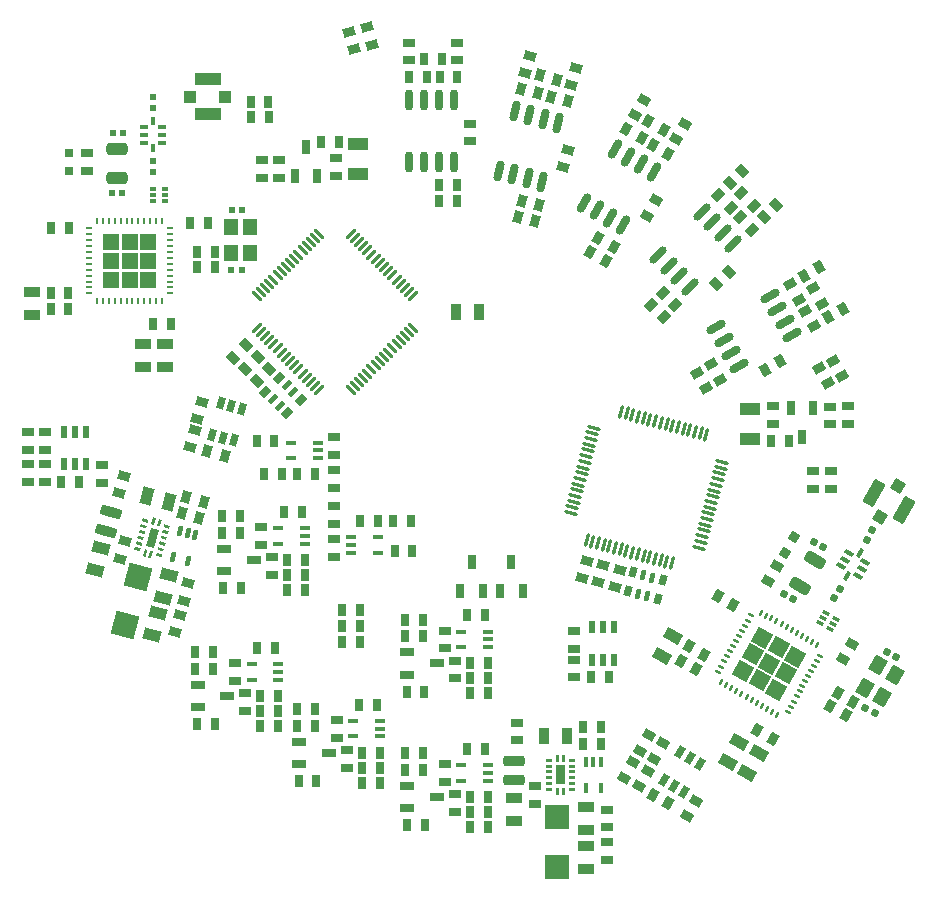
<source format=gtp>
G04*
G04 #@! TF.GenerationSoftware,Altium Limited,Altium Designer,21.1.1 (26)*
G04*
G04 Layer_Color=8421504*
%FSLAX25Y25*%
%MOIN*%
G70*
G04*
G04 #@! TF.SameCoordinates,C14E84D6-E55F-4F28-B501-0927BA63E6F0*
G04*
G04*
G04 #@! TF.FilePolarity,Positive*
G04*
G01*
G75*
%ADD22P,0.07834X4X285.0*%
%ADD23R,0.05539X0.05539*%
%ADD24R,0.05539X0.05539*%
%ADD25R,0.05539X0.05539*%
%ADD26R,0.05539X0.05539*%
G04:AMPARAMS|DCode=27|XSize=9.45mil|YSize=23.62mil|CornerRadius=0mil|HoleSize=0mil|Usage=FLASHONLY|Rotation=330.000|XOffset=0mil|YOffset=0mil|HoleType=Round|Shape=Round|*
%AMOVALD27*
21,1,0.01417,0.00945,0.00000,0.00000,60.0*
1,1,0.00945,-0.00354,-0.00614*
1,1,0.00945,0.00354,0.00614*
%
%ADD27OVALD27*%

G04:AMPARAMS|DCode=28|XSize=9.45mil|YSize=23.62mil|CornerRadius=0mil|HoleSize=0mil|Usage=FLASHONLY|Rotation=240.000|XOffset=0mil|YOffset=0mil|HoleType=Round|Shape=Round|*
%AMOVALD28*
21,1,0.01417,0.00945,0.00000,0.00000,330.0*
1,1,0.00945,-0.00614,0.00354*
1,1,0.00945,0.00614,-0.00354*
%
%ADD28OVALD28*%

G04:AMPARAMS|DCode=29|XSize=29.53mil|YSize=39.37mil|CornerRadius=0mil|HoleSize=0mil|Usage=FLASHONLY|Rotation=150.000|XOffset=0mil|YOffset=0mil|HoleType=Round|Shape=Rectangle|*
%AMROTATEDRECTD29*
4,1,4,0.02263,0.00967,0.00294,-0.02443,-0.02263,-0.00967,-0.00294,0.02443,0.02263,0.00967,0.0*
%
%ADD29ROTATEDRECTD29*%

G04:AMPARAMS|DCode=30|XSize=37.4mil|YSize=57.09mil|CornerRadius=0mil|HoleSize=0mil|Usage=FLASHONLY|Rotation=240.000|XOffset=0mil|YOffset=0mil|HoleType=Round|Shape=Rectangle|*
%AMROTATEDRECTD30*
4,1,4,-0.01537,0.03047,0.03407,0.00192,0.01537,-0.03047,-0.03407,-0.00192,-0.01537,0.03047,0.0*
%
%ADD30ROTATEDRECTD30*%

G04:AMPARAMS|DCode=31|XSize=29.53mil|YSize=39.37mil|CornerRadius=0mil|HoleSize=0mil|Usage=FLASHONLY|Rotation=60.000|XOffset=0mil|YOffset=0mil|HoleType=Round|Shape=Rectangle|*
%AMROTATEDRECTD31*
4,1,4,0.00967,-0.02263,-0.02443,-0.00294,-0.00967,0.02263,0.02443,0.00294,0.00967,-0.02263,0.0*
%
%ADD31ROTATEDRECTD31*%

G04:AMPARAMS|DCode=32|XSize=23.62mil|YSize=39.37mil|CornerRadius=0mil|HoleSize=0mil|Usage=FLASHONLY|Rotation=150.000|XOffset=0mil|YOffset=0mil|HoleType=Round|Shape=Rectangle|*
%AMROTATEDRECTD32*
4,1,4,0.02007,0.01114,0.00039,-0.02295,-0.02007,-0.01114,-0.00039,0.02295,0.02007,0.01114,0.0*
%
%ADD32ROTATEDRECTD32*%

G04:AMPARAMS|DCode=33|XSize=11.81mil|YSize=49.21mil|CornerRadius=0mil|HoleSize=0mil|Usage=FLASHONLY|Rotation=345.000|XOffset=0mil|YOffset=0mil|HoleType=Round|Shape=Round|*
%AMOVALD33*
21,1,0.03740,0.01181,0.00000,0.00000,75.0*
1,1,0.01181,-0.00484,-0.01806*
1,1,0.01181,0.00484,0.01806*
%
%ADD33OVALD33*%

G04:AMPARAMS|DCode=34|XSize=11.81mil|YSize=49.21mil|CornerRadius=0mil|HoleSize=0mil|Usage=FLASHONLY|Rotation=255.000|XOffset=0mil|YOffset=0mil|HoleType=Round|Shape=Round|*
%AMOVALD34*
21,1,0.03740,0.01181,0.00000,0.00000,345.0*
1,1,0.01181,-0.01806,0.00484*
1,1,0.01181,0.01806,-0.00484*
%
%ADD34OVALD34*%

G04:AMPARAMS|DCode=35|XSize=33.47mil|YSize=23.62mil|CornerRadius=0mil|HoleSize=0mil|Usage=FLASHONLY|Rotation=255.000|XOffset=0mil|YOffset=0mil|HoleType=Round|Shape=Rectangle|*
%AMROTATEDRECTD35*
4,1,4,-0.00708,0.01922,0.01574,0.01311,0.00708,-0.01922,-0.01574,-0.01311,-0.00708,0.01922,0.0*
%
%ADD35ROTATEDRECTD35*%

G04:AMPARAMS|DCode=36|XSize=33.47mil|YSize=15.75mil|CornerRadius=0mil|HoleSize=0mil|Usage=FLASHONLY|Rotation=255.000|XOffset=0mil|YOffset=0mil|HoleType=Round|Shape=Rectangle|*
%AMROTATEDRECTD36*
4,1,4,-0.00328,0.01820,0.01194,0.01412,0.00328,-0.01820,-0.01194,-0.01412,-0.00328,0.01820,0.0*
%
%ADD36ROTATEDRECTD36*%

G04:AMPARAMS|DCode=37|XSize=29.53mil|YSize=39.37mil|CornerRadius=0mil|HoleSize=0mil|Usage=FLASHONLY|Rotation=255.000|XOffset=0mil|YOffset=0mil|HoleType=Round|Shape=Rectangle|*
%AMROTATEDRECTD37*
4,1,4,-0.01519,0.01936,0.02284,0.00917,0.01519,-0.01936,-0.02284,-0.00917,-0.01519,0.01936,0.0*
%
%ADD37ROTATEDRECTD37*%

%ADD38R,0.03937X0.02953*%
%ADD39R,0.07874X0.07874*%
%ADD40R,0.05709X0.03740*%
G04:AMPARAMS|DCode=41|XSize=15.75mil|YSize=33.47mil|CornerRadius=1.97mil|HoleSize=0mil|Usage=FLASHONLY|Rotation=0.000|XOffset=0mil|YOffset=0mil|HoleType=Round|Shape=RoundedRectangle|*
%AMROUNDEDRECTD41*
21,1,0.01575,0.02953,0,0,0.0*
21,1,0.01181,0.03347,0,0,0.0*
1,1,0.00394,0.00591,-0.01476*
1,1,0.00394,-0.00591,-0.01476*
1,1,0.00394,-0.00591,0.01476*
1,1,0.00394,0.00591,0.01476*
%
%ADD41ROUNDEDRECTD41*%
G04:AMPARAMS|DCode=42|XSize=15.75mil|YSize=33.47mil|CornerRadius=1.97mil|HoleSize=0mil|Usage=FLASHONLY|Rotation=270.000|XOffset=0mil|YOffset=0mil|HoleType=Round|Shape=RoundedRectangle|*
%AMROUNDEDRECTD42*
21,1,0.01575,0.02953,0,0,270.0*
21,1,0.01181,0.03347,0,0,270.0*
1,1,0.00394,-0.01476,-0.00591*
1,1,0.00394,-0.01476,0.00591*
1,1,0.00394,0.01476,0.00591*
1,1,0.00394,0.01476,-0.00591*
%
%ADD42ROUNDEDRECTD42*%
G04:AMPARAMS|DCode=43|XSize=33.47mil|YSize=23.62mil|CornerRadius=0mil|HoleSize=0mil|Usage=FLASHONLY|Rotation=225.000|XOffset=0mil|YOffset=0mil|HoleType=Round|Shape=Rectangle|*
%AMROTATEDRECTD43*
4,1,4,0.00348,0.02018,0.02018,0.00348,-0.00348,-0.02018,-0.02018,-0.00348,0.00348,0.02018,0.0*
%
%ADD43ROTATEDRECTD43*%

G04:AMPARAMS|DCode=44|XSize=33.47mil|YSize=15.75mil|CornerRadius=0mil|HoleSize=0mil|Usage=FLASHONLY|Rotation=225.000|XOffset=0mil|YOffset=0mil|HoleType=Round|Shape=Rectangle|*
%AMROTATEDRECTD44*
4,1,4,0.00626,0.01740,0.01740,0.00626,-0.00626,-0.01740,-0.01740,-0.00626,0.00626,0.01740,0.0*
%
%ADD44ROTATEDRECTD44*%

G04:AMPARAMS|DCode=45|XSize=29.53mil|YSize=39.37mil|CornerRadius=0mil|HoleSize=0mil|Usage=FLASHONLY|Rotation=225.000|XOffset=0mil|YOffset=0mil|HoleType=Round|Shape=Rectangle|*
%AMROTATEDRECTD45*
4,1,4,-0.00348,0.02436,0.02436,-0.00348,0.00348,-0.02436,-0.02436,0.00348,-0.00348,0.02436,0.0*
%
%ADD45ROTATEDRECTD45*%

G04:AMPARAMS|DCode=46|XSize=23.62mil|YSize=39.37mil|CornerRadius=0mil|HoleSize=0mil|Usage=FLASHONLY|Rotation=345.000|XOffset=0mil|YOffset=0mil|HoleType=Round|Shape=Rectangle|*
%AMROTATEDRECTD46*
4,1,4,-0.01650,-0.01596,-0.00631,0.02207,0.01650,0.01596,0.00631,-0.02207,-0.01650,-0.01596,0.0*
%
%ADD46ROTATEDRECTD46*%

G04:AMPARAMS|DCode=47|XSize=29.53mil|YSize=39.37mil|CornerRadius=0mil|HoleSize=0mil|Usage=FLASHONLY|Rotation=165.000|XOffset=0mil|YOffset=0mil|HoleType=Round|Shape=Rectangle|*
%AMROTATEDRECTD47*
4,1,4,0.01936,0.01519,0.00917,-0.02284,-0.01936,-0.01519,-0.00917,0.02284,0.01936,0.01519,0.0*
%
%ADD47ROTATEDRECTD47*%

G04:AMPARAMS|DCode=48|XSize=15.75mil|YSize=33.47mil|CornerRadius=1.97mil|HoleSize=0mil|Usage=FLASHONLY|Rotation=345.000|XOffset=0mil|YOffset=0mil|HoleType=Round|Shape=RoundedRectangle|*
%AMROUNDEDRECTD48*
21,1,0.01575,0.02953,0,0,345.0*
21,1,0.01181,0.03347,0,0,345.0*
1,1,0.00394,0.00188,-0.01579*
1,1,0.00394,-0.00953,-0.01273*
1,1,0.00394,-0.00188,0.01579*
1,1,0.00394,0.00953,0.01273*
%
%ADD48ROUNDEDRECTD48*%
G04:AMPARAMS|DCode=49|XSize=37.4mil|YSize=57.09mil|CornerRadius=0mil|HoleSize=0mil|Usage=FLASHONLY|Rotation=255.000|XOffset=0mil|YOffset=0mil|HoleType=Round|Shape=Rectangle|*
%AMROTATEDRECTD49*
4,1,4,-0.02273,0.02545,0.03241,0.01068,0.02273,-0.02545,-0.03241,-0.01068,-0.02273,0.02545,0.0*
%
%ADD49ROTATEDRECTD49*%

%ADD50P,0.11136X4X390.0*%
G04:AMPARAMS|DCode=51|XSize=37.4mil|YSize=57.09mil|CornerRadius=0mil|HoleSize=0mil|Usage=FLASHONLY|Rotation=165.000|XOffset=0mil|YOffset=0mil|HoleType=Round|Shape=Rectangle|*
%AMROTATEDRECTD51*
4,1,4,0.02545,0.02273,0.01068,-0.03241,-0.02545,-0.02273,-0.01068,0.03241,0.02545,0.02273,0.0*
%
%ADD51ROTATEDRECTD51*%

G04:AMPARAMS|DCode=52|XSize=70.87mil|YSize=33.47mil|CornerRadius=8.37mil|HoleSize=0mil|Usage=FLASHONLY|Rotation=345.000|XOffset=0mil|YOffset=0mil|HoleType=Round|Shape=RoundedRectangle|*
%AMROUNDEDRECTD52*
21,1,0.07087,0.01673,0,0,345.0*
21,1,0.05413,0.03347,0,0,345.0*
1,1,0.01673,0.02398,-0.01509*
1,1,0.01673,-0.02831,-0.00108*
1,1,0.01673,-0.02398,0.01509*
1,1,0.01673,0.02831,0.00108*
%
%ADD52ROUNDEDRECTD52*%
%ADD53R,0.03150X0.03150*%
%ADD54R,0.02362X0.02362*%
G04:AMPARAMS|DCode=55|XSize=29.53mil|YSize=39.37mil|CornerRadius=0mil|HoleSize=0mil|Usage=FLASHONLY|Rotation=105.000|XOffset=0mil|YOffset=0mil|HoleType=Round|Shape=Rectangle|*
%AMROTATEDRECTD55*
4,1,4,0.02284,-0.00917,-0.01519,-0.01936,-0.02284,0.00917,0.01519,0.01936,0.02284,-0.00917,0.0*
%
%ADD55ROTATEDRECTD55*%

G04:AMPARAMS|DCode=56|XSize=27.56mil|YSize=70.87mil|CornerRadius=0mil|HoleSize=0mil|Usage=FLASHONLY|Rotation=345.000|XOffset=0mil|YOffset=0mil|HoleType=Round|Shape=Round|*
%AMOVALD56*
21,1,0.04331,0.02756,0.00000,0.00000,75.0*
1,1,0.02756,-0.00560,-0.02092*
1,1,0.02756,0.00560,0.02092*
%
%ADD56OVALD56*%

G04:AMPARAMS|DCode=57|XSize=27.56mil|YSize=70.87mil|CornerRadius=0mil|HoleSize=0mil|Usage=FLASHONLY|Rotation=330.000|XOffset=0mil|YOffset=0mil|HoleType=Round|Shape=Round|*
%AMOVALD57*
21,1,0.04331,0.02756,0.00000,0.00000,60.0*
1,1,0.02756,-0.01083,-0.01875*
1,1,0.02756,0.01083,0.01875*
%
%ADD57OVALD57*%

G04:AMPARAMS|DCode=58|XSize=29.53mil|YSize=39.37mil|CornerRadius=0mil|HoleSize=0mil|Usage=FLASHONLY|Rotation=315.000|XOffset=0mil|YOffset=0mil|HoleType=Round|Shape=Rectangle|*
%AMROTATEDRECTD58*
4,1,4,-0.02436,-0.00348,0.00348,0.02436,0.02436,0.00348,-0.00348,-0.02436,-0.02436,-0.00348,0.0*
%
%ADD58ROTATEDRECTD58*%

G04:AMPARAMS|DCode=59|XSize=27.56mil|YSize=70.87mil|CornerRadius=0mil|HoleSize=0mil|Usage=FLASHONLY|Rotation=315.000|XOffset=0mil|YOffset=0mil|HoleType=Round|Shape=Round|*
%AMOVALD59*
21,1,0.04331,0.02756,0.00000,0.00000,45.0*
1,1,0.02756,-0.01531,-0.01531*
1,1,0.02756,0.01531,0.01531*
%
%ADD59OVALD59*%

G04:AMPARAMS|DCode=60|XSize=29.53mil|YSize=39.37mil|CornerRadius=0mil|HoleSize=0mil|Usage=FLASHONLY|Rotation=300.000|XOffset=0mil|YOffset=0mil|HoleType=Round|Shape=Rectangle|*
%AMROTATEDRECTD60*
4,1,4,-0.02443,0.00294,0.00967,0.02263,0.02443,-0.00294,-0.00967,-0.02263,-0.02443,0.00294,0.0*
%
%ADD60ROTATEDRECTD60*%

G04:AMPARAMS|DCode=61|XSize=29.53mil|YSize=39.37mil|CornerRadius=0mil|HoleSize=0mil|Usage=FLASHONLY|Rotation=210.000|XOffset=0mil|YOffset=0mil|HoleType=Round|Shape=Rectangle|*
%AMROTATEDRECTD61*
4,1,4,0.00294,0.02443,0.02263,-0.00967,-0.00294,-0.02443,-0.02263,0.00967,0.00294,0.02443,0.0*
%
%ADD61ROTATEDRECTD61*%

G04:AMPARAMS|DCode=62|XSize=27.56mil|YSize=70.87mil|CornerRadius=0mil|HoleSize=0mil|Usage=FLASHONLY|Rotation=300.000|XOffset=0mil|YOffset=0mil|HoleType=Round|Shape=Round|*
%AMOVALD62*
21,1,0.04331,0.02756,0.00000,0.00000,30.0*
1,1,0.02756,-0.01875,-0.01083*
1,1,0.02756,0.01875,0.01083*
%
%ADD62OVALD62*%

%ADD63P,0.04454X4X195.0*%
%ADD64P,0.03341X4X105.0*%
G04:AMPARAMS|DCode=65|XSize=70.87mil|YSize=39.37mil|CornerRadius=9.84mil|HoleSize=0mil|Usage=FLASHONLY|Rotation=330.000|XOffset=0mil|YOffset=0mil|HoleType=Round|Shape=RoundedRectangle|*
%AMROUNDEDRECTD65*
21,1,0.07087,0.01968,0,0,330.0*
21,1,0.05118,0.03937,0,0,330.0*
1,1,0.01968,0.01724,-0.02132*
1,1,0.01968,-0.02708,0.00427*
1,1,0.01968,-0.01724,0.02132*
1,1,0.01968,0.02708,-0.00427*
%
%ADD65ROUNDEDRECTD65*%
%ADD66P,0.05568X4X375.0*%
G04:AMPARAMS|DCode=67|XSize=41.34mil|YSize=86.61mil|CornerRadius=0mil|HoleSize=0mil|Usage=FLASHONLY|Rotation=330.000|XOffset=0mil|YOffset=0mil|HoleType=Round|Shape=Rectangle|*
%AMROTATEDRECTD67*
4,1,4,-0.03955,-0.02717,0.00375,0.04784,0.03955,0.02717,-0.00375,-0.04784,-0.03955,-0.02717,0.0*
%
%ADD67ROTATEDRECTD67*%

%ADD68P,0.03341X4X195.0*%
G04:AMPARAMS|DCode=69|XSize=31.5mil|YSize=13.78mil|CornerRadius=0mil|HoleSize=0mil|Usage=FLASHONLY|Rotation=330.000|XOffset=0mil|YOffset=0mil|HoleType=Round|Shape=Rectangle|*
%AMROTATEDRECTD69*
4,1,4,-0.01708,0.00191,-0.01019,0.01384,0.01708,-0.00191,0.01019,-0.01384,-0.01708,0.00191,0.0*
%
%ADD69ROTATEDRECTD69*%

G04:AMPARAMS|DCode=70|XSize=31.5mil|YSize=13.78mil|CornerRadius=0mil|HoleSize=0mil|Usage=FLASHONLY|Rotation=60.000|XOffset=0mil|YOffset=0mil|HoleType=Round|Shape=Rectangle|*
%AMROTATEDRECTD70*
4,1,4,-0.00191,-0.01708,-0.01384,-0.01019,0.00191,0.01708,0.01384,0.01019,-0.00191,-0.01708,0.0*
%
%ADD70ROTATEDRECTD70*%

G04:AMPARAMS|DCode=71|XSize=23.62mil|YSize=11.81mil|CornerRadius=0mil|HoleSize=0mil|Usage=FLASHONLY|Rotation=330.000|XOffset=0mil|YOffset=0mil|HoleType=Round|Shape=Rectangle|*
%AMROTATEDRECTD71*
4,1,4,-0.01318,0.00079,-0.00728,0.01102,0.01318,-0.00079,0.00728,-0.01102,-0.01318,0.00079,0.0*
%
%ADD71ROTATEDRECTD71*%

G04:AMPARAMS|DCode=72|XSize=55.12mil|YSize=45.28mil|CornerRadius=0mil|HoleSize=0mil|Usage=FLASHONLY|Rotation=240.000|XOffset=0mil|YOffset=0mil|HoleType=Round|Shape=Rectangle|*
%AMROTATEDRECTD72*
4,1,4,-0.00583,0.03519,0.03339,0.01255,0.00583,-0.03519,-0.03339,-0.01255,-0.00583,0.03519,0.0*
%
%ADD72ROTATEDRECTD72*%

%ADD73R,0.02953X0.03937*%
G04:AMPARAMS|DCode=74|XSize=70.87mil|YSize=39.37mil|CornerRadius=9.84mil|HoleSize=0mil|Usage=FLASHONLY|Rotation=0.000|XOffset=0mil|YOffset=0mil|HoleType=Round|Shape=RoundedRectangle|*
%AMROUNDEDRECTD74*
21,1,0.07087,0.01968,0,0,0.0*
21,1,0.05118,0.03937,0,0,0.0*
1,1,0.01968,0.02559,-0.00984*
1,1,0.01968,-0.02559,-0.00984*
1,1,0.01968,-0.02559,0.00984*
1,1,0.01968,0.02559,0.00984*
%
%ADD74ROUNDEDRECTD74*%
%ADD75R,0.04528X0.05512*%
%ADD76R,0.02362X0.03937*%
%ADD77R,0.03150X0.01378*%
%ADD78R,0.01378X0.03150*%
%ADD79R,0.02362X0.01181*%
%ADD80O,0.00945X0.02362*%
%ADD81O,0.02362X0.00945*%
%ADD82R,0.08661X0.04134*%
%ADD83R,0.03937X0.03937*%
%ADD84R,0.02362X0.02362*%
%ADD85R,0.03740X0.05709*%
%ADD86R,0.02756X0.04921*%
G04:AMPARAMS|DCode=87|XSize=11.81mil|YSize=49.21mil|CornerRadius=0mil|HoleSize=0mil|Usage=FLASHONLY|Rotation=315.000|XOffset=0mil|YOffset=0mil|HoleType=Round|Shape=Round|*
%AMOVALD87*
21,1,0.03740,0.01181,0.00000,0.00000,45.0*
1,1,0.01181,-0.01322,-0.01322*
1,1,0.01181,0.01322,0.01322*
%
%ADD87OVALD87*%

G04:AMPARAMS|DCode=88|XSize=11.81mil|YSize=49.21mil|CornerRadius=0mil|HoleSize=0mil|Usage=FLASHONLY|Rotation=225.000|XOffset=0mil|YOffset=0mil|HoleType=Round|Shape=Round|*
%AMOVALD88*
21,1,0.03740,0.01181,0.00000,0.00000,315.0*
1,1,0.01181,-0.01322,0.01322*
1,1,0.01181,0.01322,-0.01322*
%
%ADD88OVALD88*%

%ADD89O,0.02756X0.07087*%
%ADD90R,0.04921X0.02756*%
G04:AMPARAMS|DCode=91|XSize=70.87mil|YSize=33.47mil|CornerRadius=8.37mil|HoleSize=0mil|Usage=FLASHONLY|Rotation=0.000|XOffset=0mil|YOffset=0mil|HoleType=Round|Shape=RoundedRectangle|*
%AMROUNDEDRECTD91*
21,1,0.07087,0.01673,0,0,0.0*
21,1,0.05413,0.03347,0,0,0.0*
1,1,0.01673,0.02707,-0.00837*
1,1,0.01673,-0.02707,-0.00837*
1,1,0.01673,-0.02707,0.00837*
1,1,0.01673,0.02707,0.00837*
%
%ADD91ROUNDEDRECTD91*%
%ADD92R,0.07087X0.04134*%
G36*
X-109492Y-31661D02*
X-109747Y-32612D01*
X-111648Y-32103D01*
X-111393Y-31152D01*
X-109492Y-31661D01*
D02*
G37*
G36*
X-106974Y-31011D02*
X-107586Y-33293D01*
X-108536Y-33038D01*
X-107925Y-30757D01*
X-106974Y-31011D01*
D02*
G37*
G36*
X-105073Y-31521D02*
X-105684Y-33803D01*
X-106635Y-33548D01*
X-106024Y-31266D01*
X-105073Y-31521D01*
D02*
G37*
G36*
X-110002Y-33563D02*
X-110256Y-34514D01*
X-112158Y-34004D01*
X-111903Y-33053D01*
X-110002Y-33563D01*
D02*
G37*
G36*
X-102267Y-33597D02*
X-102521Y-34548D01*
X-104423Y-34039D01*
X-104168Y-33088D01*
X-102267Y-33597D01*
D02*
G37*
G36*
X-110511Y-35464D02*
X-110766Y-36415D01*
X-112667Y-35906D01*
X-112413Y-34955D01*
X-110511Y-35464D01*
D02*
G37*
G36*
X-102776Y-35499D02*
X-103031Y-36450D01*
X-104932Y-35940D01*
X-104678Y-34990D01*
X-102776Y-35499D01*
D02*
G37*
G36*
X-111021Y-37366D02*
X-111275Y-38317D01*
X-113177Y-37807D01*
X-112922Y-36856D01*
X-111021Y-37366D01*
D02*
G37*
G36*
X-103286Y-37400D02*
X-103541Y-38351D01*
X-105442Y-37842D01*
X-105187Y-36891D01*
X-103286Y-37400D01*
D02*
G37*
G36*
X-111530Y-39267D02*
X-111785Y-40218D01*
X-113686Y-39708D01*
X-113432Y-38758D01*
X-111530Y-39267D01*
D02*
G37*
G36*
X-103795Y-39302D02*
X-104050Y-40253D01*
X-105951Y-39743D01*
X-105697Y-38792D01*
X-103795Y-39302D01*
D02*
G37*
G36*
X-106085Y-34918D02*
X-107715Y-41003D01*
X-110377Y-40289D01*
X-108747Y-34205D01*
X-106085Y-34918D01*
D02*
G37*
G36*
X-112039Y-41169D02*
X-112294Y-42119D01*
X-114196Y-41610D01*
X-113941Y-40659D01*
X-112039Y-41169D01*
D02*
G37*
G36*
X-104305Y-41203D02*
X-104559Y-42154D01*
X-106461Y-41644D01*
X-106206Y-40694D01*
X-104305Y-41203D01*
D02*
G37*
G36*
X-109827Y-41659D02*
X-110439Y-43941D01*
X-111390Y-43686D01*
X-110778Y-41405D01*
X-109827Y-41659D01*
D02*
G37*
G36*
X-104814Y-43105D02*
X-105069Y-44055D01*
X-106970Y-43546D01*
X-106716Y-42595D01*
X-104814Y-43105D01*
D02*
G37*
G36*
X-107926Y-42169D02*
X-108537Y-44451D01*
X-109488Y-44196D01*
X-108877Y-41914D01*
X-107926Y-42169D01*
D02*
G37*
G36*
X32568Y-112218D02*
X30599Y-112218D01*
X30599Y-111234D01*
X32568Y-111234D01*
X32568Y-112218D01*
D02*
G37*
G36*
X25087Y-111234D02*
X25087Y-112218D01*
X23119Y-112218D01*
X23119Y-111234D01*
X25087Y-111234D01*
D02*
G37*
G36*
X29320Y-109954D02*
X29320Y-112317D01*
X28335Y-112317D01*
X28335Y-109954D01*
X29320Y-109954D01*
D02*
G37*
G36*
X27351Y-112317D02*
X26367D01*
Y-109954D01*
X27351Y-109954D01*
Y-112317D01*
D02*
G37*
G36*
X32568Y-114187D02*
X30599Y-114187D01*
Y-113202D01*
X32568Y-113202D01*
X32568Y-114187D01*
D02*
G37*
G36*
X25087Y-113202D02*
X25087Y-114187D01*
X23119Y-114187D01*
X23119Y-113202D01*
X25087Y-113202D01*
D02*
G37*
G36*
X32568Y-116155D02*
X30599Y-116155D01*
X30599Y-115171D01*
X32568Y-115171D01*
X32568Y-116155D01*
D02*
G37*
G36*
X25087Y-116155D02*
X23119Y-116155D01*
X23119Y-115171D01*
X25087Y-115171D01*
X25087Y-116155D01*
D02*
G37*
G36*
X32568Y-118124D02*
X30599Y-118124D01*
X30599Y-117139D01*
X32568Y-117139D01*
X32568Y-118124D01*
D02*
G37*
G36*
X25087Y-117139D02*
X25087Y-118124D01*
X23119D01*
X23119Y-117139D01*
X25087Y-117139D01*
D02*
G37*
G36*
X29221Y-119797D02*
X26465D01*
X26465Y-113498D01*
X29221Y-113498D01*
X29221Y-119797D01*
D02*
G37*
G36*
X25087Y-120092D02*
X23119Y-120092D01*
X23119Y-119108D01*
X25087Y-119108D01*
X25087Y-120092D01*
D02*
G37*
G36*
X32568Y-119108D02*
Y-120092D01*
X30599Y-120092D01*
X30599Y-119108D01*
X32568Y-119108D01*
D02*
G37*
G36*
X32568Y-121076D02*
X32568Y-122061D01*
X30599Y-122061D01*
X30599Y-121076D01*
X32568Y-121076D01*
D02*
G37*
G36*
X25087Y-122061D02*
X23119Y-122061D01*
X23119Y-121076D01*
X25087Y-121076D01*
X25087Y-122061D01*
D02*
G37*
G36*
X27351Y-120978D02*
X27351Y-123340D01*
X26367Y-123340D01*
X26367Y-120978D01*
X27351Y-120978D01*
D02*
G37*
G36*
X29320Y-120978D02*
X29320Y-123340D01*
X28335Y-123340D01*
X28335Y-120978D01*
X29320Y-120978D01*
D02*
G37*
D22*
X97418Y-79552D02*
D03*
X94254Y-85031D02*
D03*
X100581Y-74073D02*
D03*
X106060Y-77236D02*
D03*
X99733Y-88194D02*
D03*
X102897Y-82715D02*
D03*
X91939Y-76388D02*
D03*
X88775Y-81867D02*
D03*
X95102Y-70909D02*
D03*
D23*
X-115800Y54700D02*
D03*
D24*
X-115800Y48373D02*
D03*
X-109473Y48373D02*
D03*
X-109473Y54700D02*
D03*
X-122127Y48373D02*
D03*
D25*
X-115800Y61027D02*
D03*
D26*
X-109473Y61027D02*
D03*
X-122126Y54700D02*
D03*
X-122127Y61027D02*
D03*
D27*
X113487Y-73373D02*
D03*
X111782Y-72388D02*
D03*
X110077Y-71404D02*
D03*
X108372Y-70420D02*
D03*
X106668Y-69436D02*
D03*
X104963Y-68451D02*
D03*
X103258Y-67467D02*
D03*
X101553Y-66483D02*
D03*
X99849Y-65499D02*
D03*
X98144Y-64514D02*
D03*
X96439Y-63530D02*
D03*
X94734Y-62546D02*
D03*
X81349Y-85731D02*
D03*
X83053Y-86715D02*
D03*
X84758Y-87699D02*
D03*
X86463Y-88683D02*
D03*
X88168Y-89668D02*
D03*
X89872Y-90652D02*
D03*
X91577Y-91636D02*
D03*
X93282Y-92621D02*
D03*
X94987Y-93605D02*
D03*
X96691Y-94589D02*
D03*
X98396Y-95573D02*
D03*
X100101Y-96557D02*
D03*
D28*
X91238Y-63483D02*
D03*
X90254Y-65187D02*
D03*
X89270Y-66892D02*
D03*
X88286Y-68597D02*
D03*
X87301Y-70302D02*
D03*
X86317Y-72006D02*
D03*
X85333Y-73711D02*
D03*
X84349Y-75416D02*
D03*
X83364Y-77121D02*
D03*
X82380Y-78825D02*
D03*
X81396Y-80530D02*
D03*
X80412Y-82235D02*
D03*
X103597Y-95621D02*
D03*
X104581Y-93916D02*
D03*
X105565Y-92211D02*
D03*
X106549Y-90507D02*
D03*
X107534Y-88802D02*
D03*
X108518Y-87097D02*
D03*
X109502Y-85392D02*
D03*
X110486Y-83688D02*
D03*
X111471Y-81983D02*
D03*
X112455Y-80278D02*
D03*
X113439Y-78573D02*
D03*
X114424Y-76868D02*
D03*
D29*
X98608Y-104600D02*
D03*
X93494Y-101647D02*
D03*
X63811Y-126139D02*
D03*
X58697Y-123186D02*
D03*
X67924Y-78549D02*
D03*
X73038Y-81502D02*
D03*
X70674Y-73786D02*
D03*
X75788Y-76738D02*
D03*
X80326Y-56982D02*
D03*
X85440Y-59935D02*
D03*
X57180Y101236D02*
D03*
X62294Y98283D02*
D03*
X54964Y95587D02*
D03*
X49850Y98540D02*
D03*
X58732Y93412D02*
D03*
X63846Y90459D02*
D03*
X37760Y57600D02*
D03*
X42875Y54647D02*
D03*
X40510Y62363D02*
D03*
X45625Y59410D02*
D03*
X125375Y-92377D02*
D03*
X120261Y-89425D02*
D03*
X122875Y-96707D02*
D03*
X117761Y-93755D02*
D03*
D30*
X90025Y-116089D02*
D03*
X93863Y-109440D02*
D03*
X87368Y-105690D02*
D03*
X83530Y-112339D02*
D03*
X61570Y-77003D02*
D03*
X65408Y-70355D02*
D03*
D31*
X54404Y-108528D02*
D03*
X57356Y-103414D02*
D03*
X62120Y-106164D02*
D03*
X59167Y-111278D02*
D03*
X70121Y-130305D02*
D03*
X73074Y-125190D02*
D03*
X56869Y-115257D02*
D03*
X53917Y-120372D02*
D03*
X49154Y-117622D02*
D03*
X52106Y-112507D02*
D03*
X52583Y103368D02*
D03*
X55536Y108482D02*
D03*
X66439Y95368D02*
D03*
X69392Y100482D02*
D03*
X56836Y69735D02*
D03*
X59789Y74849D02*
D03*
X99976Y-46943D02*
D03*
X97024Y-52057D02*
D03*
X125077Y-72942D02*
D03*
X122124Y-78056D02*
D03*
D32*
X62395Y-118500D02*
D03*
X67809Y-109124D02*
D03*
X71048Y-110994D02*
D03*
X74287Y-112864D02*
D03*
X68874Y-122240D02*
D03*
X65634Y-120370D02*
D03*
D33*
X76515Y-3309D02*
D03*
X74614Y-2799D02*
D03*
X72712Y-2290D02*
D03*
X70811Y-1780D02*
D03*
X68909Y-1271D02*
D03*
X67008Y-761D02*
D03*
X65106Y-252D02*
D03*
X63205Y258D02*
D03*
X61304Y767D02*
D03*
X59402Y1277D02*
D03*
X57501Y1786D02*
D03*
X55599Y2296D02*
D03*
X53698Y2805D02*
D03*
X51797Y3315D02*
D03*
X49895Y3824D02*
D03*
X47994Y4333D02*
D03*
X36530Y-38449D02*
D03*
X38432Y-38958D02*
D03*
X40333Y-39468D02*
D03*
X42235Y-39977D02*
D03*
X44136Y-40487D02*
D03*
X46037Y-40996D02*
D03*
X47939Y-41506D02*
D03*
X49840Y-42015D02*
D03*
X51742Y-42524D02*
D03*
X53643Y-43034D02*
D03*
X55545Y-43543D02*
D03*
X57446Y-44053D02*
D03*
X59347Y-44563D02*
D03*
X61249Y-45072D02*
D03*
X63150Y-45581D02*
D03*
X65052Y-46091D02*
D03*
D34*
X38953Y-886D02*
D03*
X38443Y-2788D02*
D03*
X37934Y-4689D02*
D03*
X37424Y-6590D02*
D03*
X36915Y-8492D02*
D03*
X36405Y-10393D02*
D03*
X35896Y-12295D02*
D03*
X35386Y-14196D02*
D03*
X34877Y-16098D02*
D03*
X34367Y-17999D02*
D03*
X33858Y-19901D02*
D03*
X33348Y-21802D02*
D03*
X32839Y-23703D02*
D03*
X32329Y-25605D02*
D03*
X31820Y-27506D02*
D03*
X31310Y-29408D02*
D03*
X74093Y-40871D02*
D03*
X74602Y-38970D02*
D03*
X75112Y-37068D02*
D03*
X75621Y-35167D02*
D03*
X76130Y-33265D02*
D03*
X76640Y-31364D02*
D03*
X77149Y-29463D02*
D03*
X77659Y-27561D02*
D03*
X78168Y-25660D02*
D03*
X78678Y-23758D02*
D03*
X79187Y-21857D02*
D03*
X79697Y-19955D02*
D03*
X80206Y-18054D02*
D03*
X80716Y-16152D02*
D03*
X81225Y-14251D02*
D03*
X81735Y-12350D02*
D03*
D35*
X61884Y-51787D02*
D03*
X51997Y-49138D02*
D03*
X50316Y-55413D02*
D03*
X60203Y-58062D02*
D03*
D36*
X58462Y-50870D02*
D03*
X55420Y-50055D02*
D03*
X53738Y-56330D02*
D03*
X56780Y-57145D02*
D03*
D37*
X47629Y-48196D02*
D03*
X46100Y-53900D02*
D03*
X41928Y-46696D02*
D03*
X40400Y-52400D02*
D03*
X36664Y-45248D02*
D03*
X35136Y-50952D02*
D03*
X-93151Y1832D02*
D03*
X-91622Y7536D02*
D03*
X-94081Y-1640D02*
D03*
X-95610Y-7345D02*
D03*
X-97792Y-58524D02*
D03*
X-96264Y-52820D02*
D03*
X-100573Y-68902D02*
D03*
X-99045Y-63197D02*
D03*
X-117436Y-38848D02*
D03*
X-118964Y-44552D02*
D03*
X-119264Y-22747D02*
D03*
X-117736Y-17043D02*
D03*
X16044Y117433D02*
D03*
X17572Y123137D02*
D03*
X33027Y118996D02*
D03*
X31499Y113292D02*
D03*
X30386Y91751D02*
D03*
X28857Y86047D02*
D03*
D38*
X32203Y-68747D02*
D03*
Y-74653D02*
D03*
X32203Y-84153D02*
D03*
X32203Y-78247D02*
D03*
X43341Y-128247D02*
D03*
X43341Y-134153D02*
D03*
X43341Y-138991D02*
D03*
X43341Y-144897D02*
D03*
X19300Y-120395D02*
D03*
Y-126300D02*
D03*
X-7225Y-123059D02*
D03*
X-7225Y-128965D02*
D03*
X-10725Y-113059D02*
D03*
X-10725Y-118965D02*
D03*
X-7253Y-84453D02*
D03*
Y-78547D02*
D03*
X-10753Y-74453D02*
D03*
Y-68547D02*
D03*
X-47500Y-9953D02*
D03*
X-47500Y-4047D02*
D03*
X-47500Y-15000D02*
D03*
X-47500Y-20906D02*
D03*
Y-27047D02*
D03*
X-47500Y-32953D02*
D03*
Y-43953D02*
D03*
Y-38047D02*
D03*
X-46768Y-104224D02*
D03*
Y-98318D02*
D03*
X-43268Y-114224D02*
D03*
Y-108318D02*
D03*
X-80702Y-85248D02*
D03*
X-80702Y-79342D02*
D03*
X-77202Y-95248D02*
D03*
Y-89342D02*
D03*
X-68368Y-44118D02*
D03*
X-68368Y-50024D02*
D03*
X-71868Y-34118D02*
D03*
X-71868Y-40024D02*
D03*
X-125054Y-13477D02*
D03*
Y-19382D02*
D03*
X-144054Y-18882D02*
D03*
X-144054Y-12977D02*
D03*
X-149554Y-12977D02*
D03*
X-149554Y-18882D02*
D03*
X-144054Y-8382D02*
D03*
X-144054Y-2477D02*
D03*
X-149554Y-2477D02*
D03*
X-149554Y-8382D02*
D03*
X-22700Y121547D02*
D03*
X-22700Y127453D02*
D03*
X-6700Y127453D02*
D03*
X-6700Y121547D02*
D03*
X98754Y311D02*
D03*
X117725Y217D02*
D03*
X-47056Y88936D02*
D03*
X-66056Y88192D02*
D03*
X-2200Y94547D02*
D03*
X-2200Y100453D02*
D03*
X13341Y-105153D02*
D03*
X13341Y-99247D02*
D03*
X-47056Y83031D02*
D03*
X-66056Y82287D02*
D03*
X-71556Y88192D02*
D03*
X-71556Y82287D02*
D03*
X123800Y6253D02*
D03*
X123800Y347D02*
D03*
X117725Y6123D02*
D03*
X98754Y6216D02*
D03*
X117958Y-21329D02*
D03*
X117958Y-15424D02*
D03*
X111958Y-21329D02*
D03*
Y-15424D02*
D03*
X-129903Y84632D02*
D03*
Y90538D02*
D03*
D39*
X26600Y-147268D02*
D03*
X26600Y-130732D02*
D03*
D40*
X36341Y-148039D02*
D03*
X36341Y-140361D02*
D03*
X36341Y-127361D02*
D03*
X36341Y-135039D02*
D03*
X-111434Y19362D02*
D03*
X-111434Y27039D02*
D03*
X-103934Y27039D02*
D03*
Y19362D02*
D03*
X-148334Y44439D02*
D03*
X-148334Y36762D02*
D03*
X12341Y-132082D02*
D03*
X12341Y-124405D02*
D03*
D41*
X41400Y-121058D02*
D03*
X36282Y-121058D02*
D03*
X36282Y-112200D02*
D03*
X38841Y-112200D02*
D03*
X41400Y-112200D02*
D03*
D42*
X-5154Y-118571D02*
D03*
X-5154Y-113453D02*
D03*
X3704Y-113453D02*
D03*
X3704Y-116012D02*
D03*
X3704Y-118571D02*
D03*
X-5182Y-74059D02*
D03*
Y-68941D02*
D03*
X3676D02*
D03*
X3676Y-71500D02*
D03*
Y-74059D02*
D03*
X-53071Y-11059D02*
D03*
X-53071Y-8500D02*
D03*
X-53071Y-5941D02*
D03*
X-61929Y-5941D02*
D03*
Y-11059D02*
D03*
X-41197Y-103830D02*
D03*
X-41197Y-98712D02*
D03*
X-32339Y-98712D02*
D03*
X-32339Y-101271D02*
D03*
X-32339Y-103830D02*
D03*
X-75131Y-84854D02*
D03*
Y-79736D02*
D03*
X-66273Y-79736D02*
D03*
X-66273Y-82295D02*
D03*
X-66273Y-84854D02*
D03*
X-66297Y-39630D02*
D03*
X-66297Y-34512D02*
D03*
X-57438Y-34512D02*
D03*
X-57439Y-37071D02*
D03*
X-57438Y-39630D02*
D03*
X-41929Y-37441D02*
D03*
Y-40000D02*
D03*
Y-42559D02*
D03*
X-33071D02*
D03*
Y-37441D02*
D03*
D43*
X-63278Y3884D02*
D03*
X-70516Y11122D02*
D03*
X-65922Y15716D02*
D03*
X-58684Y8478D02*
D03*
D44*
X-65783Y6390D02*
D03*
X-68010Y8617D02*
D03*
X-63417Y13210D02*
D03*
X-61190Y10983D02*
D03*
D45*
X-77012Y26488D02*
D03*
X-81188Y22312D02*
D03*
X-73112Y22688D02*
D03*
X-77288Y18512D02*
D03*
X-69212Y18788D02*
D03*
X-73388Y14612D02*
D03*
X84289Y80489D02*
D03*
X88464Y84664D02*
D03*
X99778Y73351D02*
D03*
X95602Y69175D02*
D03*
X83868Y51077D02*
D03*
X79692Y46901D02*
D03*
D46*
X-78231Y5301D02*
D03*
X-81033Y-5157D02*
D03*
X-84646Y-4189D02*
D03*
X-88259Y-3221D02*
D03*
X-85457Y7237D02*
D03*
X-81844Y6269D02*
D03*
D47*
X-84121Y-10265D02*
D03*
X-89825Y-8737D02*
D03*
X-91112Y-25681D02*
D03*
X-96816Y-24152D02*
D03*
X-98239Y-29465D02*
D03*
X-92535Y-30994D02*
D03*
X26741Y115035D02*
D03*
X21036Y116564D02*
D03*
X20358Y110534D02*
D03*
X14654Y112062D02*
D03*
X24560Y109408D02*
D03*
X30265Y107879D02*
D03*
X19277Y67860D02*
D03*
X13572Y69388D02*
D03*
X14996Y74701D02*
D03*
X20700Y73172D02*
D03*
D48*
X-96278Y-45373D02*
D03*
X-101222Y-44048D02*
D03*
X-98929Y-35492D02*
D03*
X-96457Y-36154D02*
D03*
X-93985Y-36816D02*
D03*
D49*
X-108148Y-70125D02*
D03*
X-106161Y-62709D02*
D03*
X-102796Y-50152D02*
D03*
X-104783Y-57568D02*
D03*
X-125213Y-41085D02*
D03*
X-127200Y-48500D02*
D03*
D50*
X-117240Y-66686D02*
D03*
X-112960Y-50714D02*
D03*
D51*
X-110039Y-23715D02*
D03*
X-102623Y-25702D02*
D03*
D52*
X-123660Y-35289D02*
D03*
X-121979Y-29014D02*
D03*
D53*
X-135945Y90678D02*
D03*
X-135945Y84773D02*
D03*
D54*
X-107934Y84428D02*
D03*
X-107934Y87972D02*
D03*
X-108106Y105700D02*
D03*
X-108106Y109243D02*
D03*
D55*
X-42516Y130907D02*
D03*
X-40988Y125203D02*
D03*
X-34999Y126807D02*
D03*
X-36527Y132512D02*
D03*
D56*
X27088Y100693D02*
D03*
X22258Y101987D02*
D03*
X17429Y103281D02*
D03*
X21789Y80918D02*
D03*
X16960Y82212D02*
D03*
X12130Y83507D02*
D03*
X7300Y84800D02*
D03*
X12599Y104575D02*
D03*
D57*
X35691Y74110D02*
D03*
X40021Y71610D02*
D03*
X44351Y69110D02*
D03*
X48681Y66610D02*
D03*
X50257Y89340D02*
D03*
X54587Y86840D02*
D03*
X58918Y84340D02*
D03*
X45927Y91840D02*
D03*
D58*
X62301Y35941D02*
D03*
X58126Y40117D02*
D03*
X62015Y44006D02*
D03*
X66190Y39830D02*
D03*
X92353Y73064D02*
D03*
X88178Y77240D02*
D03*
X84575Y72357D02*
D03*
X80400Y76533D02*
D03*
X87651Y69281D02*
D03*
X91827Y65105D02*
D03*
D59*
X60400Y56600D02*
D03*
X63936Y53065D02*
D03*
X67471Y49529D02*
D03*
X71007Y45993D02*
D03*
X78412Y67541D02*
D03*
X81947Y64005D02*
D03*
X85483Y60470D02*
D03*
X74876Y71076D02*
D03*
D60*
X73337Y17467D02*
D03*
X76290Y12352D02*
D03*
X78100Y20217D02*
D03*
X81053Y15102D02*
D03*
X107230Y41763D02*
D03*
X104277Y46877D02*
D03*
X109405Y37995D02*
D03*
X112358Y32881D02*
D03*
X111973Y45547D02*
D03*
X114926Y40433D02*
D03*
X121568Y16345D02*
D03*
X118616Y21460D02*
D03*
X114116Y18959D02*
D03*
X117068Y13845D02*
D03*
D61*
X95925Y18438D02*
D03*
X101039Y21391D02*
D03*
X109057Y49692D02*
D03*
X114172Y52644D02*
D03*
X117058Y35835D02*
D03*
X122172Y38788D02*
D03*
D62*
X79800Y32800D02*
D03*
X82300Y28470D02*
D03*
X84800Y24139D02*
D03*
X87300Y19809D02*
D03*
X100030Y38706D02*
D03*
X102530Y34376D02*
D03*
X105030Y30046D02*
D03*
X97530Y43036D02*
D03*
D63*
X102624Y-42557D02*
D03*
X105576Y-37443D02*
D03*
D64*
X102254Y-56363D02*
D03*
X105323Y-58135D02*
D03*
X112254Y-39043D02*
D03*
X115323Y-40815D02*
D03*
X139634Y-77486D02*
D03*
X136566Y-75714D02*
D03*
X132534Y-95986D02*
D03*
X129466Y-94214D02*
D03*
D65*
X107627Y-53601D02*
D03*
X112548Y-45077D02*
D03*
D66*
X134433Y-30697D02*
D03*
X140339Y-20468D02*
D03*
D67*
X132357Y-22679D02*
D03*
X142415Y-28486D02*
D03*
D68*
X130067Y-38206D02*
D03*
X131839Y-35137D02*
D03*
X119094Y-57739D02*
D03*
X120866Y-54671D02*
D03*
D69*
X124072Y-42697D02*
D03*
X122792Y-44913D02*
D03*
X121512Y-47129D02*
D03*
X126968Y-50279D02*
D03*
X128247Y-48062D02*
D03*
X129527Y-45846D02*
D03*
D70*
X123256Y-50409D02*
D03*
X127783Y-42567D02*
D03*
D71*
X117655Y-68105D02*
D03*
X118639Y-66401D02*
D03*
X119624Y-64696D02*
D03*
X114246Y-66137D02*
D03*
X115230Y-64432D02*
D03*
X116214Y-62727D02*
D03*
D72*
X129507Y-87576D02*
D03*
X134962Y-90725D02*
D03*
X139293Y-83224D02*
D03*
X133838Y-80075D02*
D03*
D73*
X-69521Y107748D02*
D03*
X-75427D02*
D03*
X-69436Y102601D02*
D03*
X-75342Y102601D02*
D03*
X-132601Y-18930D02*
D03*
X-138507D02*
D03*
X-142058Y38600D02*
D03*
X-136153Y38600D02*
D03*
X-89753Y67200D02*
D03*
X-95658Y67200D02*
D03*
X-87453Y57600D02*
D03*
X-93358D02*
D03*
X-101981Y33539D02*
D03*
X-107887Y33539D02*
D03*
X-87453Y52600D02*
D03*
X-93358Y52600D02*
D03*
X-141887Y65700D02*
D03*
X-135981Y65700D02*
D03*
X-142058Y44100D02*
D03*
X-136153Y44100D02*
D03*
X-6747Y80000D02*
D03*
X-6491Y116000D02*
D03*
X-22653Y116000D02*
D03*
X103984Y-5237D02*
D03*
X-52009Y94239D02*
D03*
X44056Y-84000D02*
D03*
X38150Y-84000D02*
D03*
X-67250Y-74295D02*
D03*
X-73155Y-74295D02*
D03*
X-12653Y74500D02*
D03*
X-6747Y74500D02*
D03*
X-16747Y116000D02*
D03*
X-17653Y122000D02*
D03*
X-11747Y122000D02*
D03*
X-12397Y116000D02*
D03*
X-12653Y80000D02*
D03*
X-32315Y-119271D02*
D03*
X-38221Y-119271D02*
D03*
X-39220Y-93271D02*
D03*
X-33315D02*
D03*
X-54000Y-94700D02*
D03*
X-59905D02*
D03*
X-32315Y-109271D02*
D03*
X-38221D02*
D03*
X-32315Y-114271D02*
D03*
X-38221Y-114271D02*
D03*
X-54000Y-100200D02*
D03*
X-59906Y-100200D02*
D03*
X-59406Y-118700D02*
D03*
X-53500D02*
D03*
X41294Y-100700D02*
D03*
X35388Y-100700D02*
D03*
X35388Y-106200D02*
D03*
X41294Y-106200D02*
D03*
X-46104Y94239D02*
D03*
X98079Y-5237D02*
D03*
X-59953Y-16500D02*
D03*
X-54047Y-16500D02*
D03*
X-22095Y-32000D02*
D03*
X-28000D02*
D03*
X-73453Y-5500D02*
D03*
X-67547Y-5500D02*
D03*
X-65047Y-16500D02*
D03*
X-70953D02*
D03*
X-78600Y-54500D02*
D03*
X-84505D02*
D03*
X-93340Y-99724D02*
D03*
X-87435Y-99724D02*
D03*
X-23391Y-88929D02*
D03*
X-17485D02*
D03*
X-17457Y-133441D02*
D03*
X-23363Y-133441D02*
D03*
X-85005Y-36000D02*
D03*
X-79100Y-36000D02*
D03*
X-87935Y-81224D02*
D03*
X-93840Y-81224D02*
D03*
X-17985Y-70429D02*
D03*
X-23891D02*
D03*
X-23863Y-114941D02*
D03*
X-17957D02*
D03*
X-63320Y-50071D02*
D03*
X-57415Y-50071D02*
D03*
X-66250Y-95295D02*
D03*
X-72155D02*
D03*
X3700Y-84500D02*
D03*
X-2206D02*
D03*
X-2178Y-129012D02*
D03*
X3728D02*
D03*
X-63320Y-45071D02*
D03*
X-57415D02*
D03*
X-66250Y-90295D02*
D03*
X-72155Y-90295D02*
D03*
X3700Y-79500D02*
D03*
X-2206D02*
D03*
X-2178Y-124012D02*
D03*
X3728Y-124012D02*
D03*
X-38953Y-32000D02*
D03*
X-33047Y-32000D02*
D03*
X-85005Y-30500D02*
D03*
X-79100Y-30500D02*
D03*
X-87935Y-75724D02*
D03*
X-93840Y-75724D02*
D03*
X-17985Y-64929D02*
D03*
X-23891D02*
D03*
X-23863Y-109441D02*
D03*
X-17957Y-109441D02*
D03*
X-58415Y-29071D02*
D03*
X-64320Y-29071D02*
D03*
X-3206Y-63500D02*
D03*
X2700D02*
D03*
X2728Y-108012D02*
D03*
X-3178Y-108012D02*
D03*
X-63320Y-55071D02*
D03*
X-57415D02*
D03*
X-66250Y-100295D02*
D03*
X-72155Y-100295D02*
D03*
X3700Y-89500D02*
D03*
X-2206D02*
D03*
X-2178Y-134012D02*
D03*
X3728Y-134012D02*
D03*
X-44853Y-61700D02*
D03*
X-38947D02*
D03*
Y-67100D02*
D03*
X-44853D02*
D03*
Y-72500D02*
D03*
X-38947D02*
D03*
X-21547Y-42000D02*
D03*
X-27453D02*
D03*
D74*
X-119934Y92121D02*
D03*
X-119934Y82279D02*
D03*
D75*
X-75705Y65862D02*
D03*
X-75705Y57200D02*
D03*
X-82005Y65862D02*
D03*
X-82005Y57200D02*
D03*
D76*
X-133907Y-13022D02*
D03*
X-130167D02*
D03*
X-130167Y-2196D02*
D03*
X-133907Y-2196D02*
D03*
X-137647Y-2196D02*
D03*
X-137647Y-13022D02*
D03*
X41976Y-67440D02*
D03*
X38236Y-67440D02*
D03*
X38236Y-78267D02*
D03*
X41976Y-78267D02*
D03*
X45717Y-78267D02*
D03*
X45717Y-67440D02*
D03*
D77*
X-104806Y96700D02*
D03*
X-104806Y94141D02*
D03*
X-104806Y99259D02*
D03*
X-111105Y96700D02*
D03*
X-111105Y99259D02*
D03*
X-111105Y94141D02*
D03*
D78*
X-107955Y101228D02*
D03*
X-107955Y92172D02*
D03*
D79*
X-103997Y76700D02*
D03*
X-103997Y74732D02*
D03*
X-103997Y78668D02*
D03*
X-107934Y78669D02*
D03*
X-107934Y76700D02*
D03*
X-107934Y74732D02*
D03*
D80*
X-104973Y68086D02*
D03*
X-106942Y68086D02*
D03*
X-108910Y68086D02*
D03*
X-110879Y68086D02*
D03*
X-112847Y68086D02*
D03*
X-114816Y68086D02*
D03*
X-116784Y68086D02*
D03*
X-118753Y68086D02*
D03*
X-120721Y68086D02*
D03*
X-122690Y68086D02*
D03*
X-124658Y68086D02*
D03*
X-126627D02*
D03*
Y41314D02*
D03*
X-124658Y41314D02*
D03*
X-122690Y41314D02*
D03*
X-120721Y41314D02*
D03*
X-118753D02*
D03*
X-116784Y41314D02*
D03*
X-114816Y41314D02*
D03*
X-112847D02*
D03*
X-110879Y41314D02*
D03*
X-108910Y41314D02*
D03*
X-106942Y41314D02*
D03*
X-104973Y41314D02*
D03*
D81*
X-129186Y65527D02*
D03*
X-129186Y63558D02*
D03*
X-129186Y61590D02*
D03*
X-129186Y59621D02*
D03*
X-129186Y57653D02*
D03*
X-129186Y55684D02*
D03*
X-129186Y53716D02*
D03*
X-129186Y51747D02*
D03*
X-129186Y49779D02*
D03*
X-129186Y47810D02*
D03*
Y45842D02*
D03*
X-129186Y43873D02*
D03*
X-102414Y43873D02*
D03*
Y45842D02*
D03*
X-102414Y47810D02*
D03*
X-102414Y49779D02*
D03*
X-102414Y51747D02*
D03*
X-102414Y53716D02*
D03*
X-102414Y55684D02*
D03*
X-102414Y57653D02*
D03*
X-102414Y59621D02*
D03*
X-102414Y61590D02*
D03*
X-102414Y63558D02*
D03*
Y65527D02*
D03*
D82*
X-89800Y103593D02*
D03*
Y115207D02*
D03*
D83*
X-83894Y109400D02*
D03*
X-95705Y109400D02*
D03*
D84*
X-118162Y77472D02*
D03*
X-121705Y77472D02*
D03*
X-121434Y97200D02*
D03*
X-117891Y97200D02*
D03*
X-81706Y71700D02*
D03*
X-78162D02*
D03*
X-78391Y51700D02*
D03*
X-81934Y51700D02*
D03*
D85*
X-6839Y37700D02*
D03*
X839D02*
D03*
X30180Y-103700D02*
D03*
X22502Y-103700D02*
D03*
D86*
X108400Y-4043D02*
D03*
X-57056Y92661D02*
D03*
X-1740Y-45658D02*
D03*
X2000Y-55500D02*
D03*
X-5480D02*
D03*
X-60796Y82818D02*
D03*
X-53316Y82818D02*
D03*
X104660Y5800D02*
D03*
X112140Y5800D02*
D03*
X7760Y-55421D02*
D03*
X15240Y-55421D02*
D03*
X11500Y-45579D02*
D03*
D87*
X-21231Y42892D02*
D03*
X-22623Y44284D02*
D03*
X-24014Y45676D02*
D03*
X-25407Y47068D02*
D03*
X-26798Y48460D02*
D03*
X-28190Y49852D02*
D03*
X-29583Y51244D02*
D03*
X-30974Y52636D02*
D03*
X-32366Y54028D02*
D03*
X-33758Y55420D02*
D03*
X-35150Y56812D02*
D03*
X-36542Y58204D02*
D03*
X-37934Y59596D02*
D03*
X-39326Y60988D02*
D03*
X-40718Y62380D02*
D03*
X-42110Y63772D02*
D03*
X-73429Y32453D02*
D03*
X-72037Y31061D02*
D03*
X-70645Y29669D02*
D03*
X-69253Y28277D02*
D03*
X-67861Y26885D02*
D03*
X-66469Y25493D02*
D03*
X-65077Y24101D02*
D03*
X-63685Y22709D02*
D03*
X-62293Y21317D02*
D03*
X-60901Y19925D02*
D03*
X-59509Y18533D02*
D03*
X-58117Y17142D02*
D03*
X-56725Y15750D02*
D03*
X-55333Y14358D02*
D03*
X-53941Y12966D02*
D03*
X-52549Y11574D02*
D03*
D88*
X-56725Y59596D02*
D03*
X-60901Y55420D02*
D03*
X-63685Y52636D02*
D03*
X-73428Y42893D02*
D03*
X-36542Y17141D02*
D03*
X-30974Y22709D02*
D03*
X-29582Y24101D02*
D03*
X-52549Y63772D02*
D03*
X-53942Y62379D02*
D03*
X-55333Y60988D02*
D03*
X-58117Y58204D02*
D03*
X-59509Y56812D02*
D03*
X-62293Y54028D02*
D03*
X-65077Y51244D02*
D03*
X-66469Y49852D02*
D03*
X-67861Y48460D02*
D03*
X-69253Y47068D02*
D03*
X-70645Y45676D02*
D03*
X-72037Y44284D02*
D03*
X-42110Y11574D02*
D03*
X-40718Y12966D02*
D03*
X-39326Y14358D02*
D03*
X-37934Y15750D02*
D03*
X-35150Y18533D02*
D03*
X-33758Y19925D02*
D03*
X-32366Y21317D02*
D03*
X-28190Y25493D02*
D03*
X-26798Y26885D02*
D03*
X-25407Y28277D02*
D03*
X-24015Y29669D02*
D03*
X-22623Y31061D02*
D03*
X-21231Y32453D02*
D03*
D89*
X-22700Y108236D02*
D03*
X-7700Y108236D02*
D03*
X-12700Y108236D02*
D03*
X-17700Y108236D02*
D03*
X-7700Y87764D02*
D03*
X-12700Y87764D02*
D03*
X-17700Y87764D02*
D03*
X-22700Y87764D02*
D03*
D90*
X-59189Y-105531D02*
D03*
X-59189Y-113011D02*
D03*
X-49347Y-109271D02*
D03*
X-74446Y-45071D02*
D03*
X-84289Y-48811D02*
D03*
X-84289Y-41331D02*
D03*
X-83281Y-90295D02*
D03*
X-93124Y-94035D02*
D03*
X-93124Y-86555D02*
D03*
X-13331Y-79500D02*
D03*
X-23174Y-83240D02*
D03*
X-23174Y-75760D02*
D03*
X-13304Y-124012D02*
D03*
X-23146Y-127752D02*
D03*
X-23146Y-120272D02*
D03*
D91*
X12341Y-111909D02*
D03*
X12341Y-118405D02*
D03*
D92*
X-39556Y83720D02*
D03*
X-39556Y93759D02*
D03*
X90918Y5459D02*
D03*
Y-4581D02*
D03*
M02*

</source>
